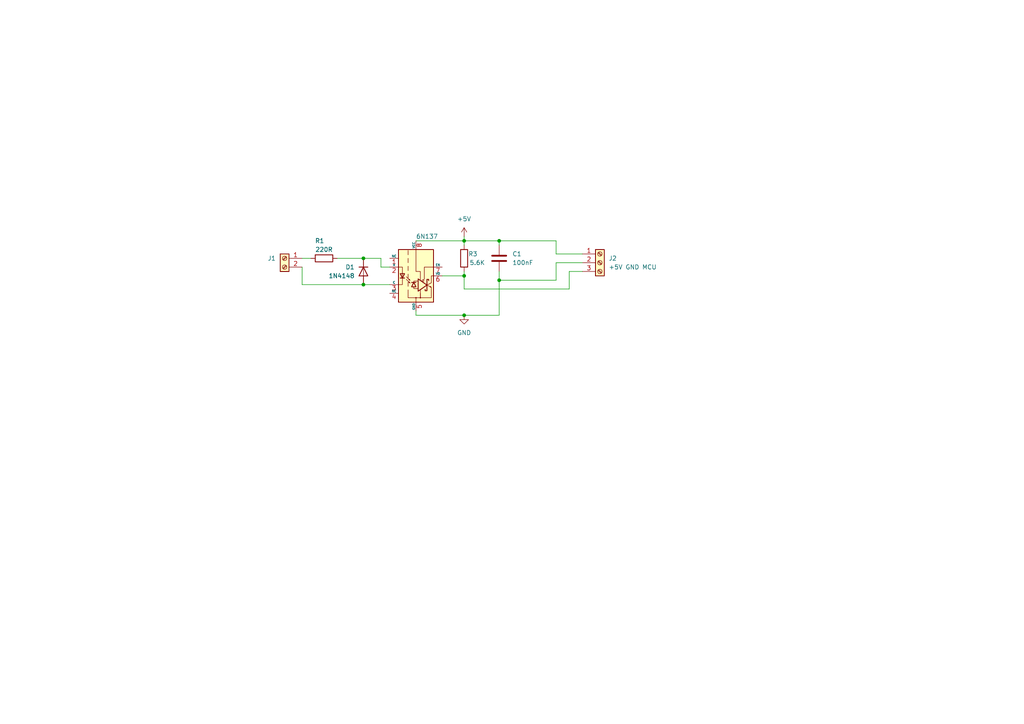
<source format=kicad_sch>
(kicad_sch (version 20250114) (generator "eeschema") (generator_version "9.0")
  (paper "A4")
  (lib_symbols
    (symbol "1N4148_1" (pin_numbers (hide yes)) (pin_names (hide yes))
      (property "Reference" "D" (at 0 2.54 0))
      (property "Value" "1N4148" (at 0 -2.54 0))
      (symbol "1N4148_1_0_1"
        (polyline (pts (xy -1.27 1.27) (xy -1.27 -1.27)) (stroke (width 0.254)))
        (polyline (pts (xy 1.27 1.27) (xy 1.27 -1.27) (xy -1.27 0) (xy 1.27 1.27)) (stroke (width 0.254)))
        (polyline (pts (xy 1.27 0) (xy -1.27 0)))
      )
      (symbol "1N4148_1_1_1"
        (pin passive line (at -3.81 0 0) (length 2.54) (name "K") (number "1"))
        (pin passive line (at 3.81 0 180) (length 2.54) (name "A") (number "2"))
      )
    )
    (symbol "Connector:DIN-5_180degree" (pin_names (offset 1.016))
      (property "Reference" "J" (at 3.175 5.715 0))
      (property "Value" "DIN-5_180degree" (at 0 -6.35 0))
      (symbol "DIN-5_180degree_0_1"
        (polyline (pts (xy -5.08 2.54) (xy -4.318 2.54) (xy -2.794 2.286)))
        (polyline (pts (xy -5.08 0) (xy -3.556 0)))
        (circle (center -3.048 0) (radius 0.508))
        (circle (center -2.286 2.286) (radius 0.508))
        (polyline (pts (xy -0.762 -4.953) (xy -0.762 -4.191) (xy 0.762 -4.191) (xy 0.762 -4.953)) (stroke (width 0.254)))
        (arc (start 5.08 0) (mid 3.8673 -3.3444) (end 0.762 -5.08) (stroke (width 0.254)))
        (polyline (pts (xy 0 5.08) (xy 0 3.81)))
        (circle (center 0 3.302) (radius 0.508))
        (arc (start -5.08 0) (mid 0 5.0579) (end 5.08 0) (stroke (width 0.254)))
        (arc (start -0.762 -5.08) (mid -3.8597 -3.3379) (end -5.08 0) (stroke (width 0.254)))
        (circle (center 2.286 2.286) (radius 0.508))
        (circle (center 3.048 0) (radius 0.508))
        (polyline (pts (xy 5.08 2.54) (xy 4.318 2.54) (xy 2.794 2.286)))
        (polyline (pts (xy 5.08 0) (xy 3.556 0)))
      )
      (symbol "DIN-5_180degree_1_1"
        (pin passive line (at -7.62 2.54 0) (length 2.54) (name "~") (number "4"))
        (pin passive line (at -7.62 0 0) (length 2.54) (name "~") (number "1"))
        (pin passive line (at 0 7.62 270) (length 2.54) (name "~") (number "2"))
        (pin passive line (at 7.62 2.54 180) (length 2.54) (name "~") (number "5"))
        (pin passive line (at 7.62 0 180) (length 2.54) (name "~") (number "3"))
      )
    )
    (symbol "Connector:Screw_Terminal_01x02" (pin_names (offset 1.016) (hide yes))
      (property "Reference" "J" (at 0 2.54 0))
      (property "Value" "Screw_Terminal_01x02" (at 0 -5.08 0))
      (symbol "Screw_Terminal_01x02_1_1"
        (rectangle (start -1.27 1.27) (end 1.27 -3.81) (stroke (width 0.254)) (fill (type background)))
        (polyline (pts (xy -0.5334 0.3302) (xy 0.3302 -0.508)) (stroke (width 0.1524)))
        (polyline (pts (xy -0.5334 -2.2098) (xy 0.3302 -3.048)) (stroke (width 0.1524)))
        (polyline (pts (xy -0.3556 0.508) (xy 0.508 -0.3302)) (stroke (width 0.1524)))
        (polyline (pts (xy -0.3556 -2.032) (xy 0.508 -2.8702)) (stroke (width 0.1524)))
        (circle (center 0 0) (radius 0.635) (stroke (width 0.1524)))
        (circle (center 0 -2.54) (radius 0.635) (stroke (width 0.1524)))
        (pin passive line (at -5.08 0 0) (length 3.81) (name "Pin_1") (number "1"))
        (pin passive line (at -5.08 -2.54 0) (length 3.81) (name "Pin_2") (number "2"))
      )
    )
    (symbol "Connector:Screw_Terminal_01x03" (pin_names (offset 1.016) (hide yes))
      (property "Reference" "J" (at 0 5.08 0))
      (property "Value" "Screw_Terminal_01x03" (at 0 -5.08 0))
      (symbol "Screw_Terminal_01x03_1_1"
        (rectangle (start -1.27 3.81) (end 1.27 -3.81) (stroke (width 0.254)) (fill (type background)))
        (polyline (pts (xy -0.5334 2.8702) (xy 0.3302 2.032)) (stroke (width 0.1524)))
        (polyline (pts (xy -0.5334 0.3302) (xy 0.3302 -0.508)) (stroke (width 0.1524)))
        (polyline (pts (xy -0.5334 -2.2098) (xy 0.3302 -3.048)) (stroke (width 0.1524)))
        (polyline (pts (xy -0.3556 3.048) (xy 0.508 2.2098)) (stroke (width 0.1524)))
        (polyline (pts (xy -0.3556 0.508) (xy 0.508 -0.3302)) (stroke (width 0.1524)))
        (polyline (pts (xy -0.3556 -2.032) (xy 0.508 -2.8702)) (stroke (width 0.1524)))
        (circle (center 0 2.54) (radius 0.635) (stroke (width 0.1524)))
        (circle (center 0 0) (radius 0.635) (stroke (width 0.1524)))
        (circle (center 0 -2.54) (radius 0.635) (stroke (width 0.1524)))
        (pin passive line (at -5.08 2.54 0) (length 3.81) (name "Pin_1") (number "1"))
        (pin passive line (at -5.08 0 0) (length 3.81) (name "Pin_2") (number "2"))
        (pin passive line (at -5.08 -2.54 0) (length 3.81) (name "Pin_3") (number "3"))
      )
    )
    (symbol "Device:C" (pin_numbers (hide yes)) (pin_names (offset 0.254))
      (property "Reference" "C" (at 0.635 2.54 0))
      (property "Value" "C" (at 0.635 -2.54 0))
      (symbol "C_0_1"
        (polyline (pts (xy -2.032 0.762) (xy 2.032 0.762)) (stroke (width 0.508)))
        (polyline (pts (xy -2.032 -0.762) (xy 2.032 -0.762)) (stroke (width 0.508)))
      )
      (symbol "C_1_1"
        (pin passive line (at 0 3.81 270) (length 2.794) (name "~") (number "1"))
        (pin passive line (at 0 -3.81 90) (length 2.794) (name "~") (number "2"))
      )
    )
    (symbol "Device:R" (pin_numbers (hide yes)) (pin_names (offset 0))
      (property "Reference" "R" (at 2.032 0 90))
      (property "Value" "R" (at 0 0 90))
      (symbol "R_0_1"
        (rectangle (start -1.016 -2.54) (end 1.016 2.54) (stroke (width 0.254)))
      )
      (symbol "R_1_1"
        (pin passive line (at 0 3.81 270) (length 1.27) (name "~") (number "1"))
        (pin passive line (at 0 -3.81 90) (length 1.27) (name "~") (number "2"))
      )
    )
    (symbol "Diode:1N4148" (pin_numbers (hide yes)) (pin_names (offset 1.016) (hide yes))
      (property "Reference" "D" (at 0 2.54 0))
      (property "Value" "1N4148" (at 0 -2.54 0))
      (symbol "1N4148_0_1"
        (polyline (pts (xy -1.27 1.27) (xy -1.27 -1.27)) (stroke (width 0.254)))
        (polyline (pts (xy 1.27 1.27) (xy 1.27 -1.27) (xy -1.27 0) (xy 1.27 1.27)) (stroke (width 0.254)))
        (polyline (pts (xy 1.27 0) (xy -1.27 0)))
      )
      (symbol "1N4148_1_1"
        (pin passive line (at -3.81 0 0) (length 2.54) (name "K") (number "1"))
        (pin passive line (at 3.81 0 180) (length 2.54) (name "A") (number "2"))
      )
    )
    (symbol "Isolator:6N137" (pin_names (offset 0))
      (property "Reference" "U" (at -4.064 8.89 0))
      (property "Value" "6N137" (at 0 -8.89 0))
      (symbol "6N137_0_1"
        (polyline (pts (xy -5.08 -2.54) (xy -3.937 -2.54) (xy -3.937 2.54) (xy -5.08 2.54)))
        (polyline (pts (xy -2.794 -0.254) (xy -1.717 -1.331) (xy -2.076 -1.152) (xy -1.896 -0.972) (xy -1.717 -1.331)))
        (polyline (pts (xy -2.794 -1.016) (xy -1.717 -2.093) (xy -2.076 -1.914) (xy -1.896 -1.734) (xy -1.717 -2.093)))
        (polyline (pts (xy 0 -6.35) (xy -2.286 -6.35) (xy -2.286 -4.064)))
        (polyline (pts (xy 1.27 -5.08) (xy 1.27 -6.35) (xy 0 -6.35) (xy 0 -7.62)))
        (polyline (pts (xy 3.175 -2.667) (xy 0.635 -4.445) (xy 0.635 -0.889) (xy 3.175 -2.667)) (stroke (width 0.254)))
      )
      (symbol "6N137_1_1"
        (rectangle (start -5.08 7.62) (end 5.08 -7.62) (stroke (width 0.254)) (fill (type background)))
        (polyline (pts (xy -4.572 -0.635) (xy -3.302 -0.635)) (stroke (width 0.254)))
        (polyline (pts (xy -3.937 -0.635) (xy -4.572 0.635) (xy -3.302 0.635) (xy -3.937 -0.635)) (stroke (width 0.254)))
        (polyline (pts (xy -2.286 7.366) (xy -2.286 6.096)))
        (polyline (pts (xy -2.286 5.08) (xy -2.286 3.81)))
        (polyline (pts (xy -2.286 2.794) (xy -2.286 1.524)))
        (polyline (pts (xy -2.286 0.508) (xy -2.286 -0.762)))
        (polyline (pts (xy -2.286 -1.778) (xy -2.286 -3.048)))
        (polyline (pts (xy -1.27 -1.905) (xy 0 -1.905)) (stroke (width 0.254)))
        (polyline (pts (xy -0.635 -1.905) (xy -0.635 -1.524) (xy 0.508 -1.524)))
        (polyline (pts (xy -0.635 -1.905) (xy -1.27 -3.175) (xy 0 -3.175) (xy -0.635 -1.905)) (stroke (width 0.254)))
        (polyline (pts (xy -0.635 -3.302) (xy -0.635 -3.683) (xy 0.635 -3.683)))
        (circle (center 0 -6.35) (radius 0.127) (fill (type outline)))
        (polyline (pts (xy 1.27 -1.27) (xy 1.27 1.27) (xy 0 1.27) (xy 0 7.62)))
        (polyline (pts (xy 1.27 -4.064) (xy 1.27 -6.35) (xy 4.445 -6.35)))
        (circle (center 1.27 -6.35) (radius 0.127) (fill (type outline)))
        (circle (center 2.032 -1.397) (radius 0.254))
        (polyline (pts (xy 2.1844 -1.1684) (xy 2.413 -0.889) (xy 2.413 2.54) (xy 5.08 2.54)))
        (polyline (pts (xy 3.175 -2.667) (xy 4.445 -3.302) (xy 4.445 -6.35)))
        (polyline (pts (xy 3.175 -2.667) (xy 3.175 -1.016) (xy 3.683 -1.016) (xy 3.683 -1.397)) (stroke (width 0.254)))
        (polyline (pts (xy 3.175 -2.667) (xy 3.175 -4.318) (xy 2.667 -4.318) (xy 2.667 -3.937)) (stroke (width 0.254)))
        (polyline (pts (xy 3.175 -2.667) (xy 4.445 -2.032) (xy 4.445 0) (xy 5.08 0)))
        (polyline (pts (xy 4.445 -3.302) (xy 4.161 -3.018) (xy 4.047 -3.246) (xy 4.445 -3.302)) (stroke (width 0.127)) (fill (type outline)))
        (pin passive line (at -7.62 5.08 0) (length 2.54) (name "NC") (number "1"))
        (pin passive line (at -7.62 2.54 0) (length 2.54) (name "A") (number "2"))
        (pin passive line (at -7.62 -2.54 0) (length 2.54) (name "C") (number "3"))
        (pin passive line (at -7.62 -5.08 0) (length 2.54) (name "NC") (number "4"))
        (pin power_in line (at 0 10.16 270) (length 2.54) (name "VCC") (number "8"))
        (pin power_in line (at 0 -10.16 90) (length 2.54) (name "GND") (number "5"))
        (pin input line (at 7.62 2.54 180) (length 2.54) (name "EN") (number "7"))
        (pin open_collector line (at 7.62 0 180) (length 2.54) (name "VO") (number "6"))
      )
    )
    (symbol "Isolator:6N138" (pin_names (offset 1.016) (hide yes))
      (property "Reference" "U" (at -4.064 8.89 0))
      (property "Value" "6N138" (at 2.286 8.89 0))
      (symbol "6N138_0_1"
        (rectangle (start -5.08 7.62) (end 5.08 -7.62) (stroke (width 0.254)) (fill (type background)))
        (polyline (pts (xy -5.08 -2.54) (xy -3.937 -2.54) (xy -3.937 2.54) (xy -5.08 2.54)))
        (polyline (pts (xy -4.572 -0.635) (xy -3.302 -0.635)) (stroke (width 0.254)))
        (polyline (pts (xy -3.937 -0.635) (xy -4.572 0.635) (xy -3.302 0.635) (xy -3.937 -0.635)) (stroke (width 0.254)))
        (polyline (pts (xy -2.794 0.508) (xy -1.524 0.508) (xy -1.905 0.381) (xy -1.905 0.635) (xy -1.524 0.508)))
        (polyline (pts (xy -2.794 -0.508) (xy -1.524 -0.508) (xy -1.905 -0.635) (xy -1.905 -0.381) (xy -1.524 -0.508)))
        (polyline (pts (xy 0.254 -0.635) (xy 0.889 -1.905) (xy -0.381 -1.905) (xy 0.254 -0.635)) (stroke (width 0.254)))
        (polyline (pts (xy 0.889 -0.635) (xy -0.381 -0.635)) (stroke (width 0.254)))
        (polyline (pts (xy 1.27 -2.54) (xy 0.254 -2.54) (xy 0.254 5.08) (xy 2.54 5.08)))
        (polyline (pts (xy 1.397 -1.524) (xy 1.397 -3.556)) (stroke (width 0.3556)))
        (polyline (pts (xy 1.397 -2.413) (xy 2.54 -1.27)))
        (polyline (pts (xy 1.397 -2.667) (xy 2.54 -3.81)))
        (polyline (pts (xy 2.413 -3.683) (xy 2.159 -3.175) (xy 1.905 -3.429) (xy 2.413 -3.683)))
        (polyline (pts (xy 2.54 -1.27) (xy 2.54 5.08) (xy 5.08 5.08)))
        (polyline (pts (xy 2.54 -3.81) (xy 3.175 -3.81)))
        (polyline (pts (xy 3.429 -2.794) (xy 3.429 -4.826)) (stroke (width 0.3556)))
        (polyline (pts (xy 3.429 -3.683) (xy 4.572 -2.54)))
        (polyline (pts (xy 3.429 -3.937) (xy 4.572 -5.08)))
        (polyline (pts (xy 4.445 -4.953) (xy 4.191 -4.445) (xy 3.937 -4.699) (xy 4.445 -4.953)))
        (polyline (pts (xy 4.572 -2.54) (xy 5.08 -2.54)))
        (polyline (pts (xy 4.572 -5.08) (xy 5.08 -5.08)))
        (polyline (pts (xy 5.08 2.54) (xy 3.048 2.54) (xy 3.048 -3.81)))
      )
      (symbol "6N138_1_1"
        (pin passive line (at -7.62 2.54 0) (length 2.54) (name "C1") (number "2"))
        (pin passive line (at -7.62 -2.54 0) (length 2.54) (name "C2") (number "3"))
        (pin no_connect line (at -5.08 5.08 0) (length 2.54) (hide yes) (name "NC") (number "1"))
        (pin no_connect line (at -5.08 -5.08 0) (length 2.54) (hide yes) (name "NC") (number "4"))
        (pin passive line (at 7.62 5.08 180) (length 2.54) (name "VCC") (number "8"))
        (pin passive line (at 7.62 2.54 180) (length 2.54) (name "VO1") (number "7"))
        (pin passive line (at 7.62 -2.54 180) (length 2.54) (name "VO2") (number "6"))
        (pin passive line (at 7.62 -5.08 180) (length 2.54) (name "GND") (number "5"))
      )
    )
    (symbol "power:+5V" (power) (pin_numbers (hide yes)) (pin_names (offset 0) (hide yes))
      (property "Value" "+5V" (at 0 3.556 0))
      (symbol "+5V_0_1"
        (polyline (pts (xy -0.762 1.27) (xy 0 2.54)))
        (polyline (pts (xy 0 2.54) (xy 0.762 1.27)))
        (polyline (pts (xy 0 0) (xy 0 2.54)))
      )
      (symbol "+5V_1_1"
        (pin power_in line (at 0 0 90) (length 0) (name "~") (number "1"))
      )
    )
    (symbol "power:GND" (power) (pin_numbers (hide yes)) (pin_names (offset 0) (hide yes))
      (property "Value" "GND" (at 0 -3.81 0))
      (symbol "GND_0_1"
        (polyline (pts (xy 0 0) (xy 0 -1.27) (xy 1.27 -1.27) (xy 0 -2.54) (xy -1.27 -1.27) (xy 0 -1.27)))
      )
      (symbol "GND_1_1"
        (pin power_in line (at 0 0 270) (length 0) (name "~") (number "1"))
      )
    )
  )
  (junction (at 144.78 81.28))
  (junction (at 144.78 69.85))
  (junction (at 105.41 74.93))
  (junction (at 134.62 91.44))
  (junction (at 105.41 82.55))
  (junction (at 134.62 69.85))
  (junction (at 134.62 80.01))
  (wire (pts (xy 168.91 73.66) (xy 161.29 73.66)))
  (wire (pts (xy 165.1 83.82) (xy 165.1 78.74)))
  (wire (pts (xy 161.29 76.2) (xy 168.91 76.2)))
  (wire (pts (xy 110.49 74.93) (xy 105.41 74.93)))
  (wire (pts (xy 87.63 82.55) (xy 105.41 82.55)))
  (wire (pts (xy 87.63 77.47) (xy 87.63 82.55)))
  (wire (pts (xy 134.62 83.82) (xy 134.62 80.01)))
  (wire (pts (xy 134.62 69.85) (xy 144.78 69.85)))
  (wire (pts (xy 134.62 68.58) (xy 134.62 69.85)))
  (wire (pts (xy 161.29 73.66) (xy 161.29 69.85)))
  (wire (pts (xy 113.03 77.47) (xy 110.49 77.47)))
  (wire (pts (xy 161.29 69.85) (xy 144.78 69.85)))
  (wire (pts (xy 144.78 81.28) (xy 144.78 78.74)))
  (wire (pts (xy 110.49 77.47) (xy 110.49 74.93)))
  (wire (pts (xy 97.79 74.93) (xy 105.41 74.93)))
  (wire (pts (xy 87.63 74.93) (xy 90.17 74.93)))
  (wire (pts (xy 144.78 81.28) (xy 161.29 81.28)))
  (wire (pts (xy 120.65 90.17) (xy 120.65 91.44)))
  (wire (pts (xy 144.78 69.85) (xy 144.78 71.12)))
  (wire (pts (xy 120.65 69.85) (xy 134.62 69.85)))
  (wire (pts (xy 120.65 91.44) (xy 134.62 91.44)))
  (wire (pts (xy 128.27 80.01) (xy 134.62 80.01)))
  (wire (pts (xy 144.78 91.44) (xy 144.78 81.28)))
  (wire (pts (xy 161.29 81.28) (xy 161.29 76.2)))
  (wire (pts (xy 134.62 91.44) (xy 144.78 91.44)))
  (wire (pts (xy 165.1 78.74) (xy 168.91 78.74)))
  (wire (pts (xy 105.41 82.55) (xy 113.03 82.55)))
  (wire (pts (xy 134.62 69.85) (xy 134.62 71.12)))
  (wire (pts (xy 134.62 78.74) (xy 134.62 80.01)))
  (wire (pts (xy 134.62 83.82) (xy 165.1 83.82)))
  (symbol (lib_id "Isolator:6N138") (at -100 -110 0) (unit 1) (in_bom no) (on_board no) (dnp yes)
    (property "Reference" "_TEMPLATE_Isolator_6N1" (at -100 -112.54 0))
    (property "Value" "6N138" (at -100 -107.46 0))
  )
  (symbol (lib_id "Connector:DIN-5_180degree") (at -100 -100 0) (unit 1) (in_bom no) (on_board no) (dnp yes)
    (property "Reference" "_TEMPLATE_Connector_DIN_5_180degree1" (at -100 -102.54 0))
    (property "Value" "DIN-5_180degree" (at -100 -97.46 0))
  )
  (symbol (lib_id "Device:R") (at -100 -120 0) (unit 1) (in_bom no) (on_board no) (dnp yes)
    (property "Reference" "_TEMPLATE_Device_R1" (at -100 -122.54 0))
    (property "Value" "R" (at -100 -117.46 0))
  )
  (symbol (lib_id "Diode:1N4148") (at -100 -140 0) (unit 1) (in_bom no) (on_board no) (dnp yes)
    (property "Reference" "_TEMPLATE_Diode_1N1" (at -100 -142.54 0))
    (property "Value" "1N4148" (at -100 -137.46 0))
  )
  (symbol (lib_id "Device:R") (at 134.62 74.93 0) (unit 1)
    (property "Reference" "R3" (at 137.16 73.66 0))
    (property "Value" "5.6K" (at 138.43 76.2 0))
    (property "Footprint" "Resistor_THT:R_Axial_DIN0207_L6.3mm_D2.5mm_P10.16mm_Horizontal" (effects (hide yes)))
    (property "Description" "Resistor" (effects (hide yes)))
  )
  (symbol (lib_id "Device:C") (at 144.78 74.93 0) (unit 1)
    (property "Reference" "C1" (at 148.59 73.6599 0) (effects (justify left)))
    (property "Value" "100nF" (at 148.59 76.1999 0) (effects (justify left)))
    (property "Footprint" "Capacitor_THT:C_Disc_D5.0mm_W2.5mm_P5.00mm" (effects (hide yes)))
    (property "Description" "Unpolarized capacitor" (effects (hide yes)))
  )
  (symbol (lib_id "Connector:Screw_Terminal_01x03") (at 173.99 76.2 0) (unit 1)
    (property "Reference" "J2" (at 176.53 74.9299 0) (effects (justify left)))
    (property "Value" "+5V GND MCU" (at 176.53 77.4699 0) (effects (justify left)))
    (property "Footprint" "TerminalBlock:TerminalBlock_MaiXu_MX126-5.0-03P_1x03_P5.00mm" (effects (hide yes)))
    (property "Description" "Generic screw terminal, single row, 01x03, script generated (kicad-library-utils/schlib/autogen/connector/)" (effects (hide yes)))
  )
  (symbol (lib_id "power:+5V") (at 134.62 68.58 0) (unit 1)
    (property "Reference" "#PWR02" (effects (hide yes)))
    (property "Value" "+5V" (at 134.62 63.5 0))
    (property "Description" "Power symbol creates a global label with name \"+5V\"" (effects (hide yes)))
  )
  (symbol (lib_id "Diode:1N4148") (at -100 -130 0) (unit 1) (in_bom no) (on_board no) (dnp yes)
    (property "Reference" "_TEMPLATE_Diode_1N2" (at -100 -132.54 0))
    (property "Value" "1N4148" (at -100 -127.46 0))
  )
  (symbol (lib_name "1N4148_1") (lib_id "Diode:1N4148") (at 105.41 78.74 90) (mirror x) (unit 1)
    (property "Reference" "D1" (at 102.87 77.4699 90) (effects (justify left)))
    (property "Value" "1N4148" (at 102.87 80.0099 90) (effects (justify left)))
    (property "Footprint" "Diode_THT:D_DO-35_SOD27_P7.62mm_Horizontal" (effects (hide yes)))
    (property "Datasheet" "https://assets.nexperia.com/documents/data-sheet/1N4148_1N4448.pdf" (effects (hide yes)))
    (property "Description" "100V 0.15A standard switching diode, DO-35" (effects (hide yes)))
    (property "Sim.Device" "D" (effects (hide yes)))
    (property "Sim.Pins" "1=K 2=A" (effects (hide yes)))
  )
  (symbol (lib_id "Connector:Screw_Terminal_01x02") (at 82.55 74.93 0) (mirror y) (unit 1)
    (property "Reference" "J1" (at 80.01 74.9299 0) (effects (justify left)))
    (property "Footprint" "TerminalBlock_Phoenix:TerminalBlock_Phoenix_MKDS-1,5-2_1x02_P5.00mm_Horizontal" (effects (hide yes)))
    (property "Description" "Generic screw terminal, single row, 01x02, script generated (kicad-library-utils/schlib/autogen/connector/)" (effects (hide yes)))
  )
  (symbol (lib_id "power:GND") (at 134.62 91.44 0) (unit 1)
    (property "Reference" "#PWR01" (effects (hide yes)))
    (property "Value" "GND" (at 134.62 96.52 0))
    (property "Description" "Power symbol creates a global label with name \"GND\" , ground" (effects (hide yes)))
  )
  (symbol (lib_id "Device:R") (at 93.98 74.93 270) (unit 1)
    (property "Reference" "R1" (at 92.71 69.85 90))
    (property "Value" "220R" (at 93.98 72.39 90))
    (property "Footprint" "Resistor_THT:R_Axial_DIN0207_L6.3mm_D2.5mm_P10.16mm_Horizontal" (effects (hide yes)))
    (property "Description" "Resistor" (effects (hide yes)))
  )
  (symbol (lib_id "Isolator:6N137") (at 120.65 80.01 0) (unit 1)
    (property "Reference" "U1" (effects (hide yes)))
    (property "Value" "6N137" (at 120.65 68.58 0) (effects (justify left)))
    (property "Footprint" "Package_DIP:DIP-8_W7.62mm" (effects (hide yes)))
    (property "Datasheet" "https://docs.broadcom.com/docs/AV02-0940EN" (effects (hide yes)))
    (property "Description" "Single High Speed LSTTL/TTL Compatible Optocoupler with enable, dV/dt 1000/us, VCM 10, max 7V VCC, DIP-8" (effects (hide yes)))
  )
)
</source>
